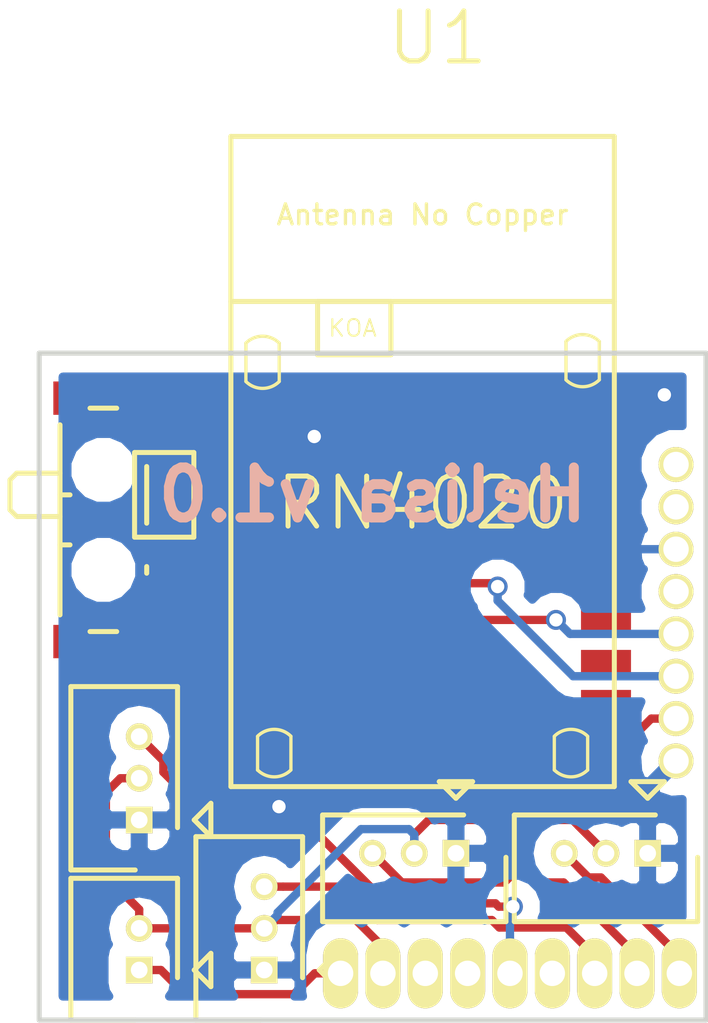
<source format=kicad_pcb>
(kicad_pcb (version 4) (host pcbnew "(2015-08-03 BZR 6047)-product")

  (general
    (links 26)
    (no_connects 2)
    (area 19.641667 9.075 51.748334 45.925)
    (thickness 0.8)
    (drawings 5)
    (tracks 110)
    (zones 0)
    (modules 11)
    (nets 11)
  )

  (page A4)
  (layers
    (0 F.Cu signal)
    (31 B.Cu signal)
    (32 B.Adhes user)
    (33 F.Adhes user)
    (34 B.Paste user)
    (35 F.Paste user)
    (36 B.SilkS user)
    (37 F.SilkS user)
    (38 B.Mask user)
    (39 F.Mask user)
    (40 Dwgs.User user)
    (41 Cmts.User user)
    (42 Eco1.User user)
    (43 Eco2.User user)
    (44 Edge.Cuts user)
    (45 Margin user)
    (46 B.CrtYd user)
    (47 F.CrtYd user)
    (48 B.Fab user)
    (49 F.Fab user)
  )

  (setup
    (last_trace_width 0.25)
    (trace_clearance 0.2)
    (zone_clearance 0.508)
    (zone_45_only no)
    (trace_min 0.2)
    (segment_width 0.2)
    (edge_width 0.15)
    (via_size 0.6)
    (via_drill 0.4)
    (via_min_size 0.4)
    (via_min_drill 0.3)
    (uvia_size 0.3)
    (uvia_drill 0.1)
    (uvias_allowed no)
    (uvia_min_size 0.2)
    (uvia_min_drill 0.1)
    (pcb_text_width 0.3)
    (pcb_text_size 1.5 1.5)
    (mod_edge_width 0.15)
    (mod_text_size 1 1)
    (mod_text_width 0.15)
    (pad_size 1.05 1.05)
    (pad_drill 0.762)
    (pad_to_mask_clearance 0.2)
    (aux_axis_origin 0 0)
    (grid_origin 45 40)
    (visible_elements FFFFFF7F)
    (pcbplotparams
      (layerselection 0x010f0_80000001)
      (usegerberextensions true)
      (excludeedgelayer true)
      (linewidth 0.100000)
      (plotframeref false)
      (viasonmask false)
      (mode 1)
      (useauxorigin false)
      (hpglpennumber 1)
      (hpglpenspeed 20)
      (hpglpendiameter 15)
      (hpglpenoverlay 2)
      (psnegative false)
      (psa4output false)
      (plotreference true)
      (plotvalue true)
      (plotinvisibletext false)
      (padsonsilk false)
      (subtractmaskfromsilk true)
      (outputformat 1)
      (mirror false)
      (drillshape 0)
      (scaleselection 1)
      (outputdirectory gerber))
  )

  (net 0 "")
  (net 1 "Net-(P1-Pad3)")
  (net 2 "Net-(P2-Pad1)")
  (net 3 GND)
  (net 4 +3V3)
  (net 5 "Net-(P3-Pad1)")
  (net 6 "Net-(P3-Pad2)")
  (net 7 "Net-(P3-Pad3)")
  (net 8 /UART_RX)
  (net 9 /UART_TX)
  (net 10 "Net-(P9-Pad2)")

  (net_class Default "This is the default net class."
    (clearance 0.2)
    (trace_width 0.25)
    (via_dia 0.6)
    (via_drill 0.4)
    (uvia_dia 0.3)
    (uvia_drill 0.1)
    (add_net +3V3)
    (add_net /UART_RX)
    (add_net /UART_TX)
    (add_net GND)
    (add_net "Net-(P1-Pad3)")
    (add_net "Net-(P2-Pad1)")
    (add_net "Net-(P3-Pad1)")
    (add_net "Net-(P3-Pad2)")
    (add_net "Net-(P3-Pad3)")
    (add_net "Net-(P9-Pad2)")
  )

  (module Connectors_Molex:Connector_Molex_PicoBlade_53047-0310 (layer F.Cu) (tedit 56128207) (tstamp 560F99B6)
    (at 28 34 90)
    (descr "Molex PicoBlade 1.25mm shrouded header. Vertical. 3 ways")
    (path /560FC19C)
    (fp_text reference P1 (at 1.25 2.35 90) (layer F.SilkS) hide
      (effects (font (size 1 1) (thickness 0.15)))
    )
    (fp_text value CONN_01X03 (at 1.25 -3.25 90) (layer F.Fab) hide
      (effects (font (size 1 1) (thickness 0.15)))
    )
    (fp_line (start -1.5 -0.12) (end -1.5 -2.05) (layer F.SilkS) (width 0.15))
    (fp_line (start -1.5 -2.05) (end 4 -2.05) (layer F.SilkS) (width 0.15))
    (fp_line (start 4 -2.05) (end 4 1.15) (layer F.SilkS) (width 0.15))
    (fp_line (start 4 1.15) (end -0.23 1.15) (layer F.SilkS) (width 0.15))
    (fp_line (start 0 1.65) (end 0.5 2.15) (layer F.SilkS) (width 0.15))
    (fp_line (start 0.5 2.15) (end -0.5 2.15) (layer F.SilkS) (width 0.15))
    (fp_line (start -0.5 2.15) (end 0 1.65) (layer F.SilkS) (width 0.15))
    (fp_line (start -0.23 1.15) (end -1.5 -0.12) (layer F.Fab) (width 0.2))
    (fp_line (start -1.5 -0.12) (end -1.5 -2.05) (layer F.Fab) (width 0.2))
    (fp_line (start -1.5 -2.05) (end 4 -2.05) (layer F.Fab) (width 0.2))
    (fp_line (start 4 -2.05) (end 4 1.15) (layer F.Fab) (width 0.2))
    (fp_line (start 4 1.15) (end -0.23 1.15) (layer F.Fab) (width 0.2))
    (pad 1 thru_hole rect (at 0 0 90) (size 0.8 0.8) (drill 0.5) (layers *.Cu *.Mask F.SilkS)
      (net 3 GND))
    (pad 2 thru_hole oval (at 1.25 0 90) (size 0.8 0.8) (drill 0.5) (layers *.Cu *.Mask F.SilkS)
      (net 4 +3V3))
    (pad 3 thru_hole oval (at 2.5 0 90) (size 0.8 0.8) (drill 0.5) (layers *.Cu *.Mask F.SilkS)
      (net 1 "Net-(P1-Pad3)"))
    (model Connectors_Molex.3dshapes/Connector_Molex_PicoBlade_53047-0310.wrl
      (at (xyz 0.0492126 0 0))
      (scale (xyz 1 1 1))
      (rotate (xyz 0 0 180))
    )
  )

  (module Connectors_Molex:Connector_Molex_PicoBlade_53047-0310 (layer F.Cu) (tedit 5612820E) (tstamp 560FBC62)
    (at 31.75 38.5 90)
    (descr "Molex PicoBlade 1.25mm shrouded header. Vertical. 3 ways")
    (path /560F9834)
    (fp_text reference P4 (at 1.25 2.35 90) (layer F.SilkS) hide
      (effects (font (size 1 1) (thickness 0.15)))
    )
    (fp_text value CONN_01X03 (at 1.25 -3.25 90) (layer F.Fab) hide
      (effects (font (size 1 1) (thickness 0.15)))
    )
    (fp_line (start -1.5 -0.12) (end -1.5 -2.05) (layer F.SilkS) (width 0.15))
    (fp_line (start -1.5 -2.05) (end 4 -2.05) (layer F.SilkS) (width 0.15))
    (fp_line (start 4 -2.05) (end 4 1.15) (layer F.SilkS) (width 0.15))
    (fp_line (start 4 1.15) (end -0.23 1.15) (layer F.SilkS) (width 0.15))
    (fp_line (start 0 1.65) (end 0.5 2.15) (layer F.SilkS) (width 0.15))
    (fp_line (start 0.5 2.15) (end -0.5 2.15) (layer F.SilkS) (width 0.15))
    (fp_line (start -0.5 2.15) (end 0 1.65) (layer F.SilkS) (width 0.15))
    (fp_line (start -0.23 1.15) (end -1.5 -0.12) (layer F.Fab) (width 0.2))
    (fp_line (start -1.5 -0.12) (end -1.5 -2.05) (layer F.Fab) (width 0.2))
    (fp_line (start -1.5 -2.05) (end 4 -2.05) (layer F.Fab) (width 0.2))
    (fp_line (start 4 -2.05) (end 4 1.15) (layer F.Fab) (width 0.2))
    (fp_line (start 4 1.15) (end -0.23 1.15) (layer F.Fab) (width 0.2))
    (pad 1 thru_hole rect (at 0 0 90) (size 0.8 0.8) (drill 0.5) (layers *.Cu *.Mask F.SilkS)
      (net 3 GND))
    (pad 2 thru_hole oval (at 1.25 0 90) (size 0.8 0.8) (drill 0.5) (layers *.Cu *.Mask F.SilkS)
      (net 4 +3V3))
    (pad 3 thru_hole oval (at 2.5 0 90) (size 0.8 0.8) (drill 0.5) (layers *.Cu *.Mask F.SilkS)
      (net 7 "Net-(P3-Pad3)"))
    (model Connectors_Molex.3dshapes/Connector_Molex_PicoBlade_53047-0310.wrl
      (at (xyz 0.0492126 0 0))
      (scale (xyz 1 1 1))
      (rotate (xyz 0 0 180))
    )
  )

  (module Connectors_Molex:Connector_Molex_PicoBlade_53047-0210 (layer F.Cu) (tedit 5612820B) (tstamp 560FC14B)
    (at 28 38.5 90)
    (descr "Molex PicoBlade 1.25mm shrouded header. Vertical. 2 ways")
    (path /560FC239)
    (fp_text reference P2 (at 0.625 2.35 90) (layer F.SilkS) hide
      (effects (font (size 1 1) (thickness 0.15)))
    )
    (fp_text value CONN_01X02 (at 0.625 -3.25 90) (layer F.Fab) hide
      (effects (font (size 1 1) (thickness 0.15)))
    )
    (fp_line (start -1.5 -0.12) (end -1.5 -2.05) (layer F.SilkS) (width 0.15))
    (fp_line (start -1.5 -2.05) (end 2.75 -2.05) (layer F.SilkS) (width 0.15))
    (fp_line (start 2.75 -2.05) (end 2.75 1.15) (layer F.SilkS) (width 0.15))
    (fp_line (start 2.75 1.15) (end -0.23 1.15) (layer F.SilkS) (width 0.15))
    (fp_line (start 0 1.65) (end 0.5 2.15) (layer F.SilkS) (width 0.15))
    (fp_line (start 0.5 2.15) (end -0.5 2.15) (layer F.SilkS) (width 0.15))
    (fp_line (start -0.5 2.15) (end 0 1.65) (layer F.SilkS) (width 0.15))
    (fp_line (start -0.23 1.15) (end -1.5 -0.12) (layer F.Fab) (width 0.2))
    (fp_line (start -1.5 -0.12) (end -1.5 -2.05) (layer F.Fab) (width 0.2))
    (fp_line (start -1.5 -2.05) (end 2.75 -2.05) (layer F.Fab) (width 0.2))
    (fp_line (start 2.75 -2.05) (end 2.75 1.15) (layer F.Fab) (width 0.2))
    (fp_line (start 2.75 1.15) (end -0.23 1.15) (layer F.Fab) (width 0.2))
    (pad 1 thru_hole rect (at 0 0 90) (size 0.8 0.8) (drill 0.5) (layers *.Cu *.Mask F.SilkS)
      (net 2 "Net-(P2-Pad1)"))
    (pad 2 thru_hole oval (at 1.25 0 90) (size 0.8 0.8) (drill 0.5) (layers *.Cu *.Mask F.SilkS)
      (net 4 +3V3))
    (model Connectors_Molex.3dshapes/Connector_Molex_PicoBlade_53047-0210.wrl
      (at (xyz 0.0246063 0 0))
      (scale (xyz 1 1 1))
      (rotate (xyz 0 0 180))
    )
  )

  (module LisaS:9x1_1.27mm (layer F.Cu) (tedit 560FD501) (tstamp 560FC15C)
    (at 44.2 38.6)
    (path /560FA392)
    (fp_text reference P3 (at 0 6.35) (layer F.SilkS) hide
      (effects (font (size 1 1) (thickness 0.15)))
    )
    (fp_text value CONN_01X06 (at 0 2.54) (layer F.Fab) hide
      (effects (font (size 1 1) (thickness 0.15)))
    )
    (pad 9 thru_hole oval (at -10.16 0) (size 1.05 2.1) (drill 0.762) (layers *.Cu *.Mask F.SilkS)
      (net 2 "Net-(P2-Pad1)"))
    (pad 1 thru_hole oval (at 0 0) (size 1.05 2.1) (drill 0.762) (layers *.Cu *.Mask F.SilkS)
      (net 5 "Net-(P3-Pad1)"))
    (pad 2 thru_hole oval (at -1.27 0) (size 1.05 2.1) (drill 0.762) (layers *.Cu *.Mask F.SilkS)
      (net 6 "Net-(P3-Pad2)"))
    (pad 3 thru_hole oval (at -2.54 0) (size 1.05 2.1) (drill 0.762) (layers *.Cu *.Mask F.SilkS)
      (net 7 "Net-(P3-Pad3)"))
    (pad 4 thru_hole oval (at -3.81 0) (size 1.05 2.1) (drill 0.762) (layers *.Cu *.Mask F.SilkS))
    (pad 5 thru_hole oval (at -5.08 0) (size 1.05 2.1) (drill 0.762) (layers *.Cu *.Mask F.SilkS)
      (net 1 "Net-(P1-Pad3)"))
    (pad 6 thru_hole oval (at -6.35 0) (size 1.05 2.1) (drill 0.762) (layers *.Cu *.Mask F.SilkS))
    (pad 7 thru_hole oval (at -7.62 0) (size 1.05 2.1) (drill 0.762) (layers *.Cu *.Mask F.SilkS))
    (pad 8 thru_hole oval (at -8.89 0) (size 1.05 2.1) (drill 0.762) (layers *.Cu *.Mask F.SilkS)
      (net 4 +3V3))
  )

  (module Connectors_Molex:Connector_Molex_PicoBlade_53047-0310 (layer F.Cu) (tedit 56128202) (tstamp 560FC168)
    (at 37.5 35 180)
    (descr "Molex PicoBlade 1.25mm shrouded header. Vertical. 3 ways")
    (path /560FB9F2)
    (fp_text reference P5 (at 1.25 2.35 180) (layer F.SilkS) hide
      (effects (font (size 1 1) (thickness 0.15)))
    )
    (fp_text value CONN_01X03 (at 1.25 -3.25 180) (layer F.Fab) hide
      (effects (font (size 1 1) (thickness 0.15)))
    )
    (fp_line (start -1.5 -0.12) (end -1.5 -2.05) (layer F.SilkS) (width 0.15))
    (fp_line (start -1.5 -2.05) (end 4 -2.05) (layer F.SilkS) (width 0.15))
    (fp_line (start 4 -2.05) (end 4 1.15) (layer F.SilkS) (width 0.15))
    (fp_line (start 4 1.15) (end -0.23 1.15) (layer F.SilkS) (width 0.15))
    (fp_line (start 0 1.65) (end 0.5 2.15) (layer F.SilkS) (width 0.15))
    (fp_line (start 0.5 2.15) (end -0.5 2.15) (layer F.SilkS) (width 0.15))
    (fp_line (start -0.5 2.15) (end 0 1.65) (layer F.SilkS) (width 0.15))
    (fp_line (start -0.23 1.15) (end -1.5 -0.12) (layer F.Fab) (width 0.2))
    (fp_line (start -1.5 -0.12) (end -1.5 -2.05) (layer F.Fab) (width 0.2))
    (fp_line (start -1.5 -2.05) (end 4 -2.05) (layer F.Fab) (width 0.2))
    (fp_line (start 4 -2.05) (end 4 1.15) (layer F.Fab) (width 0.2))
    (fp_line (start 4 1.15) (end -0.23 1.15) (layer F.Fab) (width 0.2))
    (pad 1 thru_hole rect (at 0 0 180) (size 0.8 0.8) (drill 0.5) (layers *.Cu *.Mask F.SilkS)
      (net 3 GND))
    (pad 2 thru_hole oval (at 1.25 0 180) (size 0.8 0.8) (drill 0.5) (layers *.Cu *.Mask F.SilkS)
      (net 4 +3V3))
    (pad 3 thru_hole oval (at 2.5 0 180) (size 0.8 0.8) (drill 0.5) (layers *.Cu *.Mask F.SilkS)
      (net 6 "Net-(P3-Pad2)"))
    (model Connectors_Molex.3dshapes/Connector_Molex_PicoBlade_53047-0310.wrl
      (at (xyz 0.0492126 0 0))
      (scale (xyz 1 1 1))
      (rotate (xyz 0 0 180))
    )
  )

  (module Connectors_Molex:Connector_Molex_PicoBlade_53047-0310 (layer F.Cu) (tedit 561281FD) (tstamp 560FC17A)
    (at 43.25 35 180)
    (descr "Molex PicoBlade 1.25mm shrouded header. Vertical. 3 ways")
    (path /560FBA1F)
    (fp_text reference P6 (at 1.25 2.35 180) (layer F.SilkS) hide
      (effects (font (size 1 1) (thickness 0.15)))
    )
    (fp_text value CONN_01X03 (at 1.25 -3.25 180) (layer F.Fab) hide
      (effects (font (size 1 1) (thickness 0.15)))
    )
    (fp_line (start -1.5 -0.12) (end -1.5 -2.05) (layer F.SilkS) (width 0.15))
    (fp_line (start -1.5 -2.05) (end 4 -2.05) (layer F.SilkS) (width 0.15))
    (fp_line (start 4 -2.05) (end 4 1.15) (layer F.SilkS) (width 0.15))
    (fp_line (start 4 1.15) (end -0.23 1.15) (layer F.SilkS) (width 0.15))
    (fp_line (start 0 1.65) (end 0.5 2.15) (layer F.SilkS) (width 0.15))
    (fp_line (start 0.5 2.15) (end -0.5 2.15) (layer F.SilkS) (width 0.15))
    (fp_line (start -0.5 2.15) (end 0 1.65) (layer F.SilkS) (width 0.15))
    (fp_line (start -0.23 1.15) (end -1.5 -0.12) (layer F.Fab) (width 0.2))
    (fp_line (start -1.5 -0.12) (end -1.5 -2.05) (layer F.Fab) (width 0.2))
    (fp_line (start -1.5 -2.05) (end 4 -2.05) (layer F.Fab) (width 0.2))
    (fp_line (start 4 -2.05) (end 4 1.15) (layer F.Fab) (width 0.2))
    (fp_line (start 4 1.15) (end -0.23 1.15) (layer F.Fab) (width 0.2))
    (pad 1 thru_hole rect (at 0 0 180) (size 0.8 0.8) (drill 0.5) (layers *.Cu *.Mask F.SilkS)
      (net 3 GND))
    (pad 2 thru_hole oval (at 1.25 0 180) (size 0.8 0.8) (drill 0.5) (layers *.Cu *.Mask F.SilkS)
      (net 4 +3V3))
    (pad 3 thru_hole oval (at 2.5 0 180) (size 0.8 0.8) (drill 0.5) (layers *.Cu *.Mask F.SilkS)
      (net 5 "Net-(P3-Pad1)"))
    (model Connectors_Molex.3dshapes/Connector_Molex_PicoBlade_53047-0310.wrl
      (at (xyz 0.0492126 0 0))
      (scale (xyz 1 1 1))
      (rotate (xyz 0 0 180))
    )
  )

  (module LisaS:4x1_1.27mm (layer F.Cu) (tedit 56128216) (tstamp 560FC365)
    (at 44.1 23.34 90)
    (path /560FC00D)
    (fp_text reference P7 (at -0.86 -1.7 90) (layer F.SilkS) hide
      (effects (font (size 1 1) (thickness 0.15)))
    )
    (fp_text value CONN_01X04 (at 0 2.54 90) (layer F.Fab) hide
      (effects (font (size 1 1) (thickness 0.15)))
    )
    (pad 1 thru_hole circle (at 0 0 90) (size 1.05 1.05) (drill 0.762) (layers *.Cu *.Mask F.SilkS))
    (pad 2 thru_hole circle (at -1.27 0 90) (size 1.05 1.05) (drill 0.762) (layers *.Cu *.Mask F.SilkS))
    (pad 3 thru_hole circle (at -2.54 0 90) (size 1.05 1.05) (drill 0.762) (layers *.Cu *.Mask F.SilkS)
      (net 3 GND))
    (pad 4 thru_hole circle (at -3.81 0 90) (size 1.05 1.05) (drill 0.762) (layers *.Cu *.Mask F.SilkS))
  )

  (module LisaS:4x1_1.27mm (layer F.Cu) (tedit 56128213) (tstamp 560FC36D)
    (at 44.1 28.42 90)
    (path /560FC060)
    (fp_text reference P8 (at -0.18 -1.5 90) (layer F.SilkS) hide
      (effects (font (size 1 1) (thickness 0.15)))
    )
    (fp_text value CONN_01X04 (at 0 2.54 90) (layer F.Fab) hide
      (effects (font (size 1 1) (thickness 0.15)))
    )
    (pad 1 thru_hole circle (at 0 0 90) (size 1.05 1.05) (drill 0.762) (layers *.Cu *.Mask F.SilkS)
      (net 8 /UART_RX))
    (pad 2 thru_hole circle (at -1.27 0 90) (size 1.05 1.05) (drill 0.762) (layers *.Cu *.Mask F.SilkS)
      (net 9 /UART_TX))
    (pad 3 thru_hole circle (at -2.54 0 90) (size 1.05 1.05) (drill 0.762) (layers *.Cu *.Mask F.SilkS)
      (net 4 +3V3))
    (pad 4 thru_hole circle (at -3.81 0 90) (size 1.05 1.05) (drill 0.762) (layers *.Cu *.Mask F.SilkS)
      (net 3 GND))
  )

  (module LisaS:RN4020_BT (layer F.Cu) (tedit 561281E5) (tstamp 561275EA)
    (at 36.5 23.25)
    (path /561277DE)
    (fp_text reference U1 (at 0.45 -12.7) (layer F.SilkS)
      (effects (font (size 1.5 1.5) (thickness 0.15)))
    )
    (fp_text value RN4020 (at 0 1.25) (layer F.SilkS)
      (effects (font (size 1.5 1.5) (thickness 0.15)))
    )
    (fp_line (start 3.95 9.255) (end 3.95 8.245) (layer F.SilkS) (width 0.1))
    (fp_line (start 4.95 9.255) (end 4.95 8.245) (layer F.SilkS) (width 0.1))
    (fp_arc (start 4.45 8.75) (end 4.95 9.25) (angle 90) (layer F.SilkS) (width 0.1))
    (fp_arc (start 4.45 8.74) (end 3.95 8.24) (angle 90) (layer F.SilkS) (width 0.1))
    (fp_arc (start 4.8 -3.1) (end 4.3 -3.6) (angle 90) (layer F.SilkS) (width 0.1))
    (fp_arc (start 4.8 -2.95) (end 5.3 -2.45) (angle 90) (layer F.SilkS) (width 0.1))
    (fp_line (start 4.3 -2.45) (end 4.3 -3.6) (layer F.SilkS) (width 0.1))
    (fp_line (start 5.3 -2.45) (end 5.3 -3.6) (layer F.SilkS) (width 0.1))
    (fp_arc (start -4.45 8.74) (end -4.95 8.24) (angle 90) (layer F.SilkS) (width 0.1))
    (fp_arc (start -4.45 8.75) (end -3.95 9.25) (angle 90) (layer F.SilkS) (width 0.1))
    (fp_line (start -3.95 9.25) (end -3.95 8.24) (layer F.SilkS) (width 0.1))
    (fp_line (start -4.95 9.255) (end -4.95 8.245) (layer F.SilkS) (width 0.1))
    (fp_line (start -5.3 -2.4) (end -5.3 -3.55) (layer F.SilkS) (width 0.1))
    (fp_line (start -4.3 -2.4) (end -4.3 -3.55) (layer F.SilkS) (width 0.1))
    (fp_arc (start -4.8 -2.9) (end -4.3 -2.4) (angle 90) (layer F.SilkS) (width 0.1))
    (fp_arc (start -4.8 -3.05) (end -5.3 -3.55) (angle 90) (layer F.SilkS) (width 0.1))
    (fp_text user KOA (at -2.1 -4) (layer F.SilkS)
      (effects (font (size 0.5 0.5) (thickness 0.06)))
    )
    (fp_line (start -3.15 -4.8) (end -3.15 -3.2) (layer F.SilkS) (width 0.15))
    (fp_line (start -0.95 -4.8) (end -0.95 -3.2) (layer F.SilkS) (width 0.15))
    (fp_line (start -3.15 -3.2) (end -0.95 -3.2) (layer F.SilkS) (width 0.15))
    (fp_line (start -3.15 -4.8) (end -0.95 -4.8) (layer F.SilkS) (width 0.15))
    (fp_text user "Antenna No Copper" (at 0 -7.4) (layer F.SilkS)
      (effects (font (size 0.6 0.6) (thickness 0.1)))
    )
    (fp_line (start -5.75 -4.8) (end 5.75 -4.8) (layer F.SilkS) (width 0.15))
    (fp_line (start 5.75 9.75) (end -5.75 9.75) (layer F.SilkS) (width 0.15))
    (fp_line (start 5.75 -9.75) (end -5.75 -9.75) (layer F.SilkS) (width 0.15))
    (fp_line (start 5.75 -9.75) (end 5.75 9.75) (layer F.SilkS) (width 0.15))
    (fp_line (start -5.75 9.75) (end -5.75 -9.75) (layer F.SilkS) (width 0.15))
    (pad 9 smd circle (at -5.75 9.75) (size 1.5 1.5) (layers F.Cu F.Paste F.Mask)
      (net 3 GND))
    (pad 8 smd rect (at -5.5 7.25) (size 1.5 0.8) (layers F.Cu F.Paste F.Mask))
    (pad 7 smd rect (at -5.5 6.05) (size 1.5 0.8) (layers F.Cu F.Paste F.Mask))
    (pad 6 smd rect (at -5.5 4.85) (size 1.5 0.8) (layers F.Cu F.Paste F.Mask)
      (net 8 /UART_RX))
    (pad 5 smd rect (at -5.5 3.65) (size 1.5 0.8) (layers F.Cu F.Paste F.Mask)
      (net 9 /UART_TX))
    (pad 4 smd rect (at -5.5 2.45) (size 1.5 0.8) (layers F.Cu F.Paste F.Mask))
    (pad 3 smd rect (at -5.5 1.25) (size 1.5 0.8) (layers F.Cu F.Paste F.Mask))
    (pad 2 smd rect (at -5.5 0.05) (size 1.5 0.8) (layers F.Cu F.Paste F.Mask))
    (pad 1 smd rect (at -5.5 -1.15) (size 1.5 0.8) (layers F.Cu F.Paste F.Mask)
      (net 3 GND))
    (pad 24 smd rect (at 5.5 -1.15) (size 1.5 0.8) (layers F.Cu F.Paste F.Mask)
      (net 3 GND))
    (pad 23 smd rect (at 5.5 0.05) (size 1.5 0.8) (layers F.Cu F.Paste F.Mask)
      (net 10 "Net-(P9-Pad2)"))
    (pad 22 smd rect (at 5.5 1.25) (size 1.5 0.8) (layers F.Cu F.Paste F.Mask))
    (pad 21 smd rect (at 5.5 2.45) (size 1.5 0.8) (layers F.Cu F.Paste F.Mask))
    (pad 20 smd rect (at 5.5 3.65) (size 1.5 0.8) (layers F.Cu F.Paste F.Mask))
    (pad 19 smd rect (at 5.5 4.85) (size 1.5 0.8) (layers F.Cu F.Paste F.Mask))
    (pad 18 smd rect (at 5.5 6.05) (size 1.5 0.8) (layers F.Cu F.Paste F.Mask))
    (pad 17 smd rect (at 5.5 7.25) (size 1.5 0.8) (layers F.Cu F.Paste F.Mask))
    (pad 10 smd rect (at -3 9.5 90) (size 1.5 0.8) (layers F.Cu F.Paste F.Mask))
    (pad 11 smd rect (at -1.8 9.5 90) (size 1.5 0.8) (layers F.Cu F.Paste F.Mask))
    (pad 12 smd rect (at -0.6 9.5 90) (size 1.5 0.8) (layers F.Cu F.Paste F.Mask))
    (pad 13 smd rect (at 0.6 9.5 90) (size 1.5 0.8) (layers F.Cu F.Paste F.Mask))
    (pad 14 smd rect (at 1.8 9.5 90) (size 1.5 0.8) (layers F.Cu F.Paste F.Mask))
    (pad 15 smd rect (at 3 9.5 90) (size 1.5 0.8) (layers F.Cu F.Paste F.Mask))
    (pad 16 smd circle (at 5.75 9.75) (size 1.5 1.5) (layers F.Cu F.Paste F.Mask)
      (net 3 GND))
  )

  (module Buttons_Switches_SMD:SW_SPDT_PCM12 (layer F.Cu) (tedit 561281DE) (tstamp 56127B5C)
    (at 27.25 25 270)
    (descr "Ultraminiature Surface Mount Slide Switch")
    (path /56128DF5)
    (attr smd)
    (fp_text reference SW1 (at -1.5 -3.175 270) (layer F.SilkS) hide
      (effects (font (size 1 1) (thickness 0.15)))
    )
    (fp_text value SPST (at 0 0.325 270) (layer F.Fab)
      (effects (font (size 1 1) (thickness 0.15)))
    )
    (fp_line (start 0.75 1.325) (end 0.75 1.625) (layer F.SilkS) (width 0.15))
    (fp_line (start -0.75 1.325) (end -0.75 1.625) (layer F.SilkS) (width 0.15))
    (fp_line (start 1.4 -0.975) (end 1.6 -0.975) (layer F.SilkS) (width 0.15))
    (fp_line (start -4.4 -2.45) (end 4.4 -2.45) (layer F.CrtYd) (width 0.05))
    (fp_line (start 4.4 -2.45) (end 4.4 2.1) (layer F.CrtYd) (width 0.05))
    (fp_line (start 4.4 2.1) (end 1.65 2.1) (layer F.CrtYd) (width 0.05))
    (fp_line (start 1.65 2.1) (end 1.65 3.4) (layer F.CrtYd) (width 0.05))
    (fp_line (start 1.65 3.4) (end -1.65 3.4) (layer F.CrtYd) (width 0.05))
    (fp_line (start -1.65 3.4) (end -1.65 2.1) (layer F.CrtYd) (width 0.05))
    (fp_line (start -1.65 2.1) (end -4.4 2.1) (layer F.CrtYd) (width 0.05))
    (fp_line (start -4.4 2.1) (end -4.4 -2.45) (layer F.CrtYd) (width 0.05))
    (fp_line (start -1.4 2.925) (end -1.2 3.125) (layer F.SilkS) (width 0.15))
    (fp_line (start -0.1 2.925) (end -0.3 3.125) (layer F.SilkS) (width 0.15))
    (fp_line (start -1.4 1.625) (end -1.4 2.925) (layer F.SilkS) (width 0.15))
    (fp_line (start -1.2 3.125) (end -0.3 3.125) (layer F.SilkS) (width 0.15))
    (fp_line (start -0.1 2.925) (end -0.1 1.625) (layer F.SilkS) (width 0.15))
    (fp_line (start -2.85 1.625) (end 2.85 1.625) (layer F.SilkS) (width 0.15))
    (fp_line (start -1.6 -0.975) (end 0.1 -0.975) (layer F.SilkS) (width 0.15))
    (fp_line (start -3.35 -0.075) (end -3.35 0.725) (layer F.SilkS) (width 0.15))
    (fp_line (start 3.35 0.725) (end 3.35 -0.075) (layer F.SilkS) (width 0.15))
    (pad "" np_thru_hole circle (at -1.5 0.325 270) (size 0.9 0.9) (drill 0.9) (layers *.Cu *.Mask))
    (pad "" np_thru_hole circle (at 1.5 0.325 270) (size 0.9 0.9) (drill 0.9) (layers *.Cu *.Mask))
    (pad 1 smd rect (at -2.25 -1.425 270) (size 0.7 1.5) (layers F.Cu F.Paste F.Mask)
      (net 10 "Net-(P9-Pad2)"))
    (pad 2 smd rect (at 0.75 -1.425 270) (size 0.7 1.5) (layers F.Cu F.Paste F.Mask)
      (net 4 +3V3))
    (pad 3 smd rect (at 2.25 -1.425 270) (size 0.7 1.5) (layers F.Cu F.Paste F.Mask))
    (pad "" smd rect (at -3.65 1.425 270) (size 1 0.8) (layers F.Cu F.Paste F.Mask))
    (pad "" smd rect (at 3.65 1.425 270) (size 1 0.8) (layers F.Cu F.Paste F.Mask))
    (pad "" smd rect (at 3.65 -0.775 270) (size 1 0.8) (layers F.Cu F.Paste F.Mask))
    (pad "" smd rect (at -3.65 -0.775 270) (size 1 0.8) (layers F.Cu F.Paste F.Mask))
  )

  (module Connect:GS2 (layer F.Cu) (tedit 5612859A) (tstamp 561284FD)
    (at 28.75 24.25 180)
    (descr "Pontet Goute de soudure")
    (path /56129C90)
    (attr virtual)
    (fp_text reference P9 (at 1.778 0 270) (layer F.SilkS) hide
      (effects (font (size 1 1) (thickness 0.15)))
    )
    (fp_text value eCONN_01X02 (at 1.524 0 270) (layer F.Fab) hide
      (effects (font (size 1 1) (thickness 0.15)))
    )
    (fp_line (start -0.889 -1.27) (end -0.889 1.27) (layer F.SilkS) (width 0.15))
    (fp_line (start 0.889 1.27) (end 0.889 -1.27) (layer F.SilkS) (width 0.15))
    (fp_line (start 0.889 1.27) (end -0.889 1.27) (layer F.SilkS) (width 0.15))
    (fp_line (start -0.889 -1.27) (end 0.889 -1.27) (layer F.SilkS) (width 0.15))
    (pad 1 smd rect (at 0 -0.635 180) (size 1.27 0.9652) (layers F.Cu F.Paste F.Mask)
      (net 4 +3V3))
    (pad 2 smd rect (at 0 0.635 180) (size 1.27 0.9652) (layers F.Cu F.Paste F.Mask)
      (net 10 "Net-(P9-Pad2)"))
  )

  (gr_text "Helisa v1.0" (at 35 24.25) (layer B.SilkS)
    (effects (font (size 1.5 1.5) (thickness 0.3)) (justify mirror))
  )
  (gr_line (start 45 20) (end 25 20) (angle 90) (layer Edge.Cuts) (width 0.15))
  (gr_line (start 45 40) (end 45 20) (angle 90) (layer Edge.Cuts) (width 0.15))
  (gr_line (start 25 40) (end 45 40) (angle 90) (layer Edge.Cuts) (width 0.15))
  (gr_line (start 25 20) (end 25 40) (angle 90) (layer Edge.Cuts) (width 0.15))

  (segment (start 38.78309 36.599969) (end 39.207354 36.599969) (width 0.25) (layer F.Cu) (net 1))
  (segment (start 38.683115 36.499994) (end 38.78309 36.599969) (width 0.25) (layer F.Cu) (net 1))
  (segment (start 35.426992 36.499994) (end 38.683115 36.499994) (width 0.25) (layer F.Cu) (net 1))
  (segment (start 30.405706 34.246708) (end 33.173706 34.246708) (width 0.25) (layer F.Cu) (net 1))
  (segment (start 28.725001 32.225001) (end 28.725001 32.566003) (width 0.25) (layer F.Cu) (net 1))
  (segment (start 33.173706 34.246708) (end 35.426992 36.499994) (width 0.25) (layer F.Cu) (net 1))
  (segment (start 39.12 38.6) (end 39.12 36.687323) (width 0.25) (layer B.Cu) (net 1))
  (segment (start 28 31.5) (end 28.725001 32.225001) (width 0.25) (layer F.Cu) (net 1))
  (segment (start 28.725001 32.566003) (end 30.405706 34.246708) (width 0.25) (layer F.Cu) (net 1))
  (via (at 39.207354 36.599969) (size 0.6) (drill 0.4) (layers F.Cu B.Cu) (net 1))
  (segment (start 39.12 36.687323) (end 39.207354 36.599969) (width 0.25) (layer B.Cu) (net 1))
  (segment (start 39.12 38.6) (end 39.12 38.075) (width 0.25) (layer F.Cu) (net 1))
  (segment (start 34.04 38.6) (end 33.265 38.6) (width 0.25) (layer F.Cu) (net 2))
  (segment (start 28.65 38.5) (end 28 38.5) (width 0.25) (layer F.Cu) (net 2))
  (segment (start 29.375001 39.225001) (end 28.65 38.5) (width 0.25) (layer F.Cu) (net 2))
  (segment (start 32.639999 39.225001) (end 29.375001 39.225001) (width 0.25) (layer F.Cu) (net 2))
  (segment (start 33.265 38.6) (end 32.639999 39.225001) (width 0.25) (layer F.Cu) (net 2))
  (segment (start 33.84 38.4) (end 34.04 38.6) (width 0.25) (layer B.Cu) (net 2))
  (segment (start 32.042085 33.749999) (end 32.191692 33.600392) (width 0.25) (layer F.Cu) (net 3))
  (segment (start 30.75 33) (end 31.499999 33.749999) (width 0.25) (layer F.Cu) (net 3))
  (via (at 32.191692 33.600392) (size 0.6) (drill 0.4) (layers F.Cu B.Cu) (net 3))
  (segment (start 31.499999 33.749999) (end 32.042085 33.749999) (width 0.25) (layer F.Cu) (net 3))
  (segment (start 42.25 33) (end 43.33 33) (width 0.25) (layer F.Cu) (net 3))
  (segment (start 43.33 33) (end 44.1 32.23) (width 0.25) (layer F.Cu) (net 3))
  (segment (start 42 22.1) (end 42.9 22.1) (width 0.25) (layer F.Cu) (net 3))
  (segment (start 42.9 22.1) (end 43.75 21.25) (width 0.25) (layer F.Cu) (net 3))
  (via (at 43.75 21.25) (size 0.6) (drill 0.4) (layers F.Cu B.Cu) (net 3))
  (segment (start 31 22.1) (end 32.85 22.1) (width 0.25) (layer F.Cu) (net 3))
  (segment (start 32.85 22.1) (end 33.25 22.5) (width 0.25) (layer F.Cu) (net 3))
  (via (at 33.25 22.5) (size 0.6) (drill 0.4) (layers F.Cu B.Cu) (net 3))
  (segment (start 44.1 25.88) (end 42.62 25.88) (width 0.25) (layer B.Cu) (net 3))
  (segment (start 42.62 25.88) (end 42.5 26) (width 0.25) (layer B.Cu) (net 3) (tstamp 56127BA4))
  (segment (start 28.75 24.885) (end 28.75 25.675) (width 0.25) (layer F.Cu) (net 4))
  (segment (start 28.75 25.675) (end 28.675 25.75) (width 0.25) (layer F.Cu) (net 4))
  (segment (start 43.357538 30.96) (end 44.1 30.96) (width 0.25) (layer F.Cu) (net 4))
  (segment (start 41.174999 34.174999) (end 41.600001 34.600001) (width 0.25) (layer F.Cu) (net 4))
  (segment (start 41.600001 34.600001) (end 42 35) (width 0.25) (layer F.Cu) (net 4))
  (segment (start 41.174999 32.483999) (end 41.174999 34.174999) (width 0.25) (layer F.Cu) (net 4))
  (segment (start 28 37.25) (end 28 36.684315) (width 0.25) (layer F.Cu) (net 4))
  (segment (start 28 36.684315) (end 27 35.684315) (width 0.25) (layer F.Cu) (net 4))
  (segment (start 27 33.184315) (end 27.434315 32.75) (width 0.25) (layer F.Cu) (net 4))
  (segment (start 27 35.684315) (end 27 33.184315) (width 0.25) (layer F.Cu) (net 4))
  (segment (start 27.434315 32.75) (end 28 32.75) (width 0.25) (layer F.Cu) (net 4))
  (segment (start 31.75 37.25) (end 28 37.25) (width 0.25) (layer F.Cu) (net 4))
  (segment (start 41 34) (end 36.684315 34) (width 0.25) (layer F.Cu) (net 4))
  (segment (start 36.684315 34) (end 36.25 34.434315) (width 0.25) (layer F.Cu) (net 4))
  (segment (start 36.25 34.434315) (end 36.25 35) (width 0.25) (layer F.Cu) (net 4))
  (segment (start 42 35) (end 41 34) (width 0.25) (layer F.Cu) (net 4))
  (segment (start 35.31 38.6) (end 35.31 37.81) (width 0.25) (layer F.Cu) (net 4))
  (segment (start 35.31 37.81) (end 34.5 37) (width 0.25) (layer F.Cu) (net 4))
  (segment (start 32.096574 37) (end 31.798287 37.298287) (width 0.25) (layer F.Cu) (net 4))
  (segment (start 34.5 37) (end 32.096574 37) (width 0.25) (layer F.Cu) (net 4))
  (segment (start 31.798287 37.298287) (end 31.75 37.25) (width 0.25) (layer F.Cu) (net 4))
  (segment (start 36.25 35) (end 36.25 34.434315) (width 0.25) (layer B.Cu) (net 4))
  (segment (start 36.25 34.434315) (end 36.090684 34.274999) (width 0.25) (layer B.Cu) (net 4))
  (segment (start 36.090684 34.274999) (end 34.651999 34.274999) (width 0.25) (layer B.Cu) (net 4))
  (segment (start 34.651999 34.274999) (end 32.149999 36.776999) (width 0.25) (layer B.Cu) (net 4))
  (segment (start 32.149999 36.776999) (end 32.149999 36.850001) (width 0.25) (layer B.Cu) (net 4))
  (segment (start 32.149999 36.850001) (end 31.75 37.25) (width 0.25) (layer B.Cu) (net 4))
  (segment (start 28.675 25.75) (end 29.075 25.75) (width 0.25) (layer F.Cu) (net 4))
  (segment (start 29.075 25.75) (end 29.75 26.425) (width 0.25) (layer F.Cu) (net 4))
  (segment (start 29.75 26.425) (end 29.75 30.985002) (width 0.25) (layer F.Cu) (net 4))
  (segment (start 29.75 30.985002) (end 30.264998 31.5) (width 0.25) (layer F.Cu) (net 4))
  (segment (start 30.264998 31.5) (end 41.843858 31.5) (width 0.25) (layer F.Cu) (net 4))
  (segment (start 41.843858 31.5) (end 42.158998 31.5) (width 0.25) (layer F.Cu) (net 4))
  (segment (start 42.158998 31.5) (end 42.817538 31.5) (width 0.25) (layer F.Cu) (net 4))
  (segment (start 41.983999 31.674999) (end 42.158998 31.5) (width 0.25) (layer F.Cu) (net 4))
  (segment (start 42.817538 31.5) (end 43.357538 30.96) (width 0.25) (layer F.Cu) (net 4))
  (segment (start 41.983999 31.674999) (end 41.174999 32.483999) (width 0.25) (layer F.Cu) (net 4))
  (segment (start 44.2 38.6) (end 44.2 38.075) (width 0.25) (layer F.Cu) (net 5))
  (segment (start 41.149999 35.399999) (end 40.75 35) (width 0.25) (layer F.Cu) (net 5))
  (segment (start 44.2 38.075) (end 41.850001 35.725001) (width 0.25) (layer F.Cu) (net 5))
  (segment (start 41.475001 35.725001) (end 41.149999 35.399999) (width 0.25) (layer F.Cu) (net 5))
  (segment (start 41.850001 35.725001) (end 41.475001 35.725001) (width 0.25) (layer F.Cu) (net 5))
  (segment (start 40.729999 35.874999) (end 40.050001 35.874999) (width 0.25) (layer F.Cu) (net 6))
  (segment (start 40.050001 35.874999) (end 39.800001 35.624999) (width 0.25) (layer F.Cu) (net 6))
  (segment (start 38.949999 35.874999) (end 35.874999 35.874999) (width 0.25) (layer F.Cu) (net 6))
  (segment (start 35.399999 35.399999) (end 35 35) (width 0.25) (layer F.Cu) (net 6))
  (segment (start 42.93 38.075) (end 40.729999 35.874999) (width 0.25) (layer F.Cu) (net 6))
  (segment (start 42.93 38.6) (end 42.93 38.075) (width 0.25) (layer F.Cu) (net 6))
  (segment (start 39.800001 35.624999) (end 39.199999 35.624999) (width 0.25) (layer F.Cu) (net 6))
  (segment (start 39.199999 35.624999) (end 38.949999 35.874999) (width 0.25) (layer F.Cu) (net 6))
  (segment (start 35.874999 35.874999) (end 35.399999 35.399999) (width 0.25) (layer F.Cu) (net 6))
  (segment (start 42.93 38.6) (end 42.93 38.142905) (width 0.25) (layer F.Cu) (net 6))
  (segment (start 32.315685 36) (end 31.75 36) (width 0.25) (layer F.Cu) (net 7))
  (segment (start 41.66 38.075) (end 40.80999 37.22499) (width 0.25) (layer F.Cu) (net 7))
  (segment (start 38.799988 37.22499) (end 38.576913 37.001915) (width 0.25) (layer F.Cu) (net 7))
  (segment (start 34.13641 36) (end 32.315685 36) (width 0.25) (layer F.Cu) (net 7))
  (segment (start 38.576913 37.001915) (end 35.138325 37.001915) (width 0.25) (layer F.Cu) (net 7))
  (segment (start 40.80999 37.22499) (end 38.799988 37.22499) (width 0.25) (layer F.Cu) (net 7))
  (segment (start 35.138325 37.001915) (end 34.13641 36) (width 0.25) (layer F.Cu) (net 7))
  (segment (start 41.66 38.6) (end 41.66 38.075) (width 0.25) (layer F.Cu) (net 7))
  (segment (start 40.5 28) (end 31.1 28) (width 0.25) (layer F.Cu) (net 8))
  (segment (start 31.1 28) (end 31 28.1) (width 0.25) (layer F.Cu) (net 8))
  (segment (start 44.1 28.42) (end 40.92 28.42) (width 0.25) (layer B.Cu) (net 8))
  (segment (start 40.92 28.42) (end 40.5 28) (width 0.25) (layer B.Cu) (net 8))
  (via (at 40.5 28) (size 0.6) (drill 0.4) (layers F.Cu B.Cu) (net 8))
  (segment (start 38.75 27.424264) (end 38.75 27) (width 0.25) (layer B.Cu) (net 9))
  (segment (start 41.015736 29.69) (end 38.75 27.424264) (width 0.25) (layer B.Cu) (net 9))
  (segment (start 44.1 29.69) (end 41.015736 29.69) (width 0.25) (layer B.Cu) (net 9))
  (segment (start 38.65 26.9) (end 38.75 27) (width 0.25) (layer F.Cu) (net 9))
  (segment (start 31 26.9) (end 38.65 26.9) (width 0.25) (layer F.Cu) (net 9))
  (via (at 38.75 27) (size 0.6) (drill 0.4) (layers F.Cu B.Cu) (net 9))
  (segment (start 28.75 23.615) (end 28.75 22.825) (width 0.25) (layer F.Cu) (net 10))
  (segment (start 28.75 22.825) (end 28.675 22.75) (width 0.25) (layer F.Cu) (net 10))
  (segment (start 28.675 22.75) (end 28.675 22.15) (width 0.25) (layer F.Cu) (net 10))
  (segment (start 28.675 22.15) (end 29.450001 21.374999) (width 0.25) (layer F.Cu) (net 10))
  (segment (start 39.074999 21.374999) (end 41 23.3) (width 0.25) (layer F.Cu) (net 10))
  (segment (start 29.450001 21.374999) (end 39.074999 21.374999) (width 0.25) (layer F.Cu) (net 10))
  (segment (start 41 23.3) (end 42 23.3) (width 0.25) (layer F.Cu) (net 10))

  (zone (net 3) (net_name GND) (layer B.Cu) (tstamp 560FC91A) (hatch edge 0.508)
    (connect_pads (clearance 0.508))
    (min_thickness 0.254)
    (fill yes (arc_segments 16) (thermal_gap 0.508) (thermal_bridge_width 0.508))
    (polygon
      (pts
        (xy 25 20) (xy 45 20) (xy 45 40) (xy 25 40)
      )
    )
    (filled_polygon
      (pts
        (xy 44.29 22.180166) (xy 43.870274 22.179799) (xy 43.443771 22.356026) (xy 43.117173 22.682055) (xy 42.940202 23.108249)
        (xy 42.939799 23.569726) (xy 43.107449 23.975472) (xy 42.940202 24.378249) (xy 42.939799 24.839726) (xy 43.116026 25.266229)
        (xy 43.130845 25.281074) (xy 43.074038 25.291575) (xy 42.926954 25.728985) (xy 42.958457 26.189386) (xy 43.074038 26.468425)
        (xy 43.130406 26.478845) (xy 43.117173 26.492055) (xy 42.940202 26.918249) (xy 42.939799 27.379726) (xy 43.055606 27.66)
        (xy 41.371186 27.66) (xy 41.293117 27.471057) (xy 41.030327 27.207808) (xy 40.686799 27.065162) (xy 40.314833 27.064838)
        (xy 39.971057 27.206883) (xy 39.78908 27.388542) (xy 39.656231 27.255693) (xy 39.684838 27.186799) (xy 39.685162 26.814833)
        (xy 39.543117 26.471057) (xy 39.280327 26.207808) (xy 38.936799 26.065162) (xy 38.564833 26.064838) (xy 38.221057 26.206883)
        (xy 37.957808 26.469673) (xy 37.815162 26.813201) (xy 37.814838 27.185167) (xy 37.956883 27.528943) (xy 38.024245 27.596422)
        (xy 38.047852 27.715103) (xy 38.212599 27.961665) (xy 40.478335 30.227401) (xy 40.724897 30.392148) (xy 41.015736 30.45)
        (xy 43.055741 30.45) (xy 42.940202 30.728249) (xy 42.939799 31.189726) (xy 43.116026 31.616229) (xy 43.130845 31.631074)
        (xy 43.074038 31.641575) (xy 42.926954 32.078985) (xy 42.958457 32.539386) (xy 43.074038 32.818425) (xy 43.291727 32.858667)
        (xy 43.920395 32.23) (xy 43.906253 32.215858) (xy 44.002195 32.119915) (xy 44.197976 32.120086) (xy 44.29 32.21211)
        (xy 44.29 32.219605) (xy 44.279605 32.23) (xy 44.29 32.240395) (xy 44.29 32.24789) (xy 44.114143 32.423748)
        (xy 44.1 32.409605) (xy 43.471333 33.038273) (xy 43.511575 33.255962) (xy 43.948985 33.403046) (xy 44.29 33.379712)
        (xy 44.29 36.899891) (xy 44.2 36.881989) (xy 43.756087 36.970289) (xy 43.565 37.097969) (xy 43.373913 36.970289)
        (xy 42.93 36.881989) (xy 42.486087 36.970289) (xy 42.295 37.097969) (xy 42.103913 36.970289) (xy 41.66 36.881989)
        (xy 41.216087 36.970289) (xy 41.025 37.097969) (xy 40.833913 36.970289) (xy 40.39 36.881989) (xy 40.076782 36.944292)
        (xy 40.142192 36.786768) (xy 40.142516 36.414802) (xy 40.000471 36.071026) (xy 39.737681 35.807777) (xy 39.394153 35.665131)
        (xy 39.022187 35.664807) (xy 38.678411 35.806852) (xy 38.415162 36.069642) (xy 38.272516 36.41317) (xy 38.272192 36.785136)
        (xy 38.36 36.997648) (xy 38.36 37.014447) (xy 38.293913 36.970289) (xy 37.85 36.881989) (xy 37.406087 36.970289)
        (xy 37.215 37.097969) (xy 37.023913 36.970289) (xy 36.58 36.881989) (xy 36.136087 36.970289) (xy 35.945 37.097969)
        (xy 35.753913 36.970289) (xy 35.31 36.881989) (xy 34.866087 36.970289) (xy 34.675 37.097969) (xy 34.483913 36.970289)
        (xy 34.04 36.881989) (xy 33.596087 36.970289) (xy 33.219756 37.221745) (xy 32.9683 37.598076) (xy 32.88 38.041989)
        (xy 32.88 39.158011) (xy 32.906254 39.29) (xy 32.658025 39.29) (xy 32.688327 39.259698) (xy 32.785 39.026309)
        (xy 32.785 38.78575) (xy 32.62625 38.627) (xy 31.877 38.627) (xy 31.877 38.647) (xy 31.623 38.647)
        (xy 31.623 38.627) (xy 30.87375 38.627) (xy 30.715 38.78575) (xy 30.715 39.026309) (xy 30.811673 39.259698)
        (xy 30.841975 39.29) (xy 28.902065 39.29) (xy 28.996431 39.15189) (xy 29.04744 38.9) (xy 29.04744 38.1)
        (xy 29.003162 37.864683) (xy 28.915119 37.72786) (xy 28.956215 37.666354) (xy 29.035 37.270277) (xy 29.035 37.229723)
        (xy 28.956215 36.833646) (xy 28.731856 36.497867) (xy 28.396077 36.273508) (xy 28 36.194723) (xy 27.603923 36.273508)
        (xy 27.268144 36.497867) (xy 27.043785 36.833646) (xy 26.965 37.229723) (xy 26.965 37.270277) (xy 27.043785 37.666354)
        (xy 27.085302 37.728489) (xy 27.003569 37.84811) (xy 26.95256 38.1) (xy 26.95256 38.9) (xy 26.996838 39.135317)
        (xy 27.096374 39.29) (xy 25.71 39.29) (xy 25.71 35.979723) (xy 30.715 35.979723) (xy 30.715 36.020277)
        (xy 30.793785 36.416354) (xy 30.933197 36.625) (xy 30.793785 36.833646) (xy 30.715 37.229723) (xy 30.715 37.270277)
        (xy 30.793785 37.666354) (xy 30.830569 37.721406) (xy 30.811673 37.740302) (xy 30.715 37.973691) (xy 30.715 38.21425)
        (xy 30.87375 38.373) (xy 31.623 38.373) (xy 31.623 38.353) (xy 31.877 38.353) (xy 31.877 38.373)
        (xy 32.62625 38.373) (xy 32.785 38.21425) (xy 32.785 37.973691) (xy 32.688327 37.740302) (xy 32.669431 37.721406)
        (xy 32.706215 37.666354) (xy 32.785 37.270277) (xy 32.785 37.241333) (xy 32.834401 37.167399) (xy 34.261101 35.740699)
        (xy 34.583646 35.956215) (xy 34.979723 36.035) (xy 35.020277 36.035) (xy 35.416354 35.956215) (xy 35.625 35.816803)
        (xy 35.833646 35.956215) (xy 36.229723 36.035) (xy 36.270277 36.035) (xy 36.666354 35.956215) (xy 36.721406 35.919431)
        (xy 36.740302 35.938327) (xy 36.973691 36.035) (xy 37.21425 36.035) (xy 37.373 35.87625) (xy 37.373 35.127)
        (xy 37.627 35.127) (xy 37.627 35.87625) (xy 37.78575 36.035) (xy 38.026309 36.035) (xy 38.259698 35.938327)
        (xy 38.438327 35.759699) (xy 38.535 35.52631) (xy 38.535 35.28575) (xy 38.37625 35.127) (xy 37.627 35.127)
        (xy 37.373 35.127) (xy 37.353 35.127) (xy 37.353 35) (xy 39.694723 35) (xy 39.773508 35.396077)
        (xy 39.997867 35.731856) (xy 40.333646 35.956215) (xy 40.729723 36.035) (xy 40.770277 36.035) (xy 41.166354 35.956215)
        (xy 41.375 35.816803) (xy 41.583646 35.956215) (xy 41.979723 36.035) (xy 42.020277 36.035) (xy 42.416354 35.956215)
        (xy 42.471406 35.919431) (xy 42.490302 35.938327) (xy 42.723691 36.035) (xy 42.96425 36.035) (xy 43.123 35.87625)
        (xy 43.123 35.127) (xy 43.377 35.127) (xy 43.377 35.87625) (xy 43.53575 36.035) (xy 43.776309 36.035)
        (xy 44.009698 35.938327) (xy 44.188327 35.759699) (xy 44.285 35.52631) (xy 44.285 35.28575) (xy 44.12625 35.127)
        (xy 43.377 35.127) (xy 43.123 35.127) (xy 43.103 35.127) (xy 43.103 34.873) (xy 43.123 34.873)
        (xy 43.123 34.12375) (xy 43.377 34.12375) (xy 43.377 34.873) (xy 44.12625 34.873) (xy 44.285 34.71425)
        (xy 44.285 34.47369) (xy 44.188327 34.240301) (xy 44.009698 34.061673) (xy 43.776309 33.965) (xy 43.53575 33.965)
        (xy 43.377 34.12375) (xy 43.123 34.12375) (xy 42.96425 33.965) (xy 42.723691 33.965) (xy 42.490302 34.061673)
        (xy 42.471406 34.080569) (xy 42.416354 34.043785) (xy 42.020277 33.965) (xy 41.979723 33.965) (xy 41.583646 34.043785)
        (xy 41.375 34.183197) (xy 41.166354 34.043785) (xy 40.770277 33.965) (xy 40.729723 33.965) (xy 40.333646 34.043785)
        (xy 39.997867 34.268144) (xy 39.773508 34.603923) (xy 39.694723 35) (xy 37.353 35) (xy 37.353 34.873)
        (xy 37.373 34.873) (xy 37.373 34.12375) (xy 37.627 34.12375) (xy 37.627 34.873) (xy 38.37625 34.873)
        (xy 38.535 34.71425) (xy 38.535 34.47369) (xy 38.438327 34.240301) (xy 38.259698 34.061673) (xy 38.026309 33.965)
        (xy 37.78575 33.965) (xy 37.627 34.12375) (xy 37.373 34.12375) (xy 37.21425 33.965) (xy 36.973691 33.965)
        (xy 36.863415 34.010678) (xy 36.787401 33.896914) (xy 36.628085 33.737598) (xy 36.381523 33.572851) (xy 36.090684 33.514999)
        (xy 34.651999 33.514999) (xy 34.361159 33.572851) (xy 34.114598 33.737598) (xy 32.530912 35.321284) (xy 32.481856 35.247867)
        (xy 32.146077 35.023508) (xy 31.75 34.944723) (xy 31.353923 35.023508) (xy 31.018144 35.247867) (xy 30.793785 35.583646)
        (xy 30.715 35.979723) (xy 25.71 35.979723) (xy 25.71 34.28575) (xy 26.965 34.28575) (xy 26.965 34.526309)
        (xy 27.061673 34.759698) (xy 27.240301 34.938327) (xy 27.47369 35.035) (xy 27.71425 35.035) (xy 27.873 34.87625)
        (xy 27.873 34.127) (xy 28.127 34.127) (xy 28.127 34.87625) (xy 28.28575 35.035) (xy 28.52631 35.035)
        (xy 28.759699 34.938327) (xy 28.938327 34.759698) (xy 29.035 34.526309) (xy 29.035 34.28575) (xy 28.87625 34.127)
        (xy 28.127 34.127) (xy 27.873 34.127) (xy 27.12375 34.127) (xy 26.965 34.28575) (xy 25.71 34.28575)
        (xy 25.71 31.479723) (xy 26.965 31.479723) (xy 26.965 31.520277) (xy 27.043785 31.916354) (xy 27.183197 32.125)
        (xy 27.043785 32.333646) (xy 26.965 32.729723) (xy 26.965 32.770277) (xy 27.043785 33.166354) (xy 27.080569 33.221406)
        (xy 27.061673 33.240302) (xy 26.965 33.473691) (xy 26.965 33.71425) (xy 27.12375 33.873) (xy 27.873 33.873)
        (xy 27.873 33.853) (xy 28.127 33.853) (xy 28.127 33.873) (xy 28.87625 33.873) (xy 29.035 33.71425)
        (xy 29.035 33.473691) (xy 28.938327 33.240302) (xy 28.919431 33.221406) (xy 28.956215 33.166354) (xy 29.035 32.770277)
        (xy 29.035 32.729723) (xy 28.956215 32.333646) (xy 28.816803 32.125) (xy 28.956215 31.916354) (xy 29.035 31.520277)
        (xy 29.035 31.479723) (xy 28.956215 31.083646) (xy 28.731856 30.747867) (xy 28.396077 30.523508) (xy 28 30.444723)
        (xy 27.603923 30.523508) (xy 27.268144 30.747867) (xy 27.043785 31.083646) (xy 26.965 31.479723) (xy 25.71 31.479723)
        (xy 25.71 26.714873) (xy 25.839812 26.714873) (xy 26.004646 27.1138) (xy 26.309595 27.419282) (xy 26.708233 27.584811)
        (xy 27.139873 27.585188) (xy 27.5388 27.420354) (xy 27.844282 27.115405) (xy 28.009811 26.716767) (xy 28.010188 26.285127)
        (xy 27.845354 25.8862) (xy 27.540405 25.580718) (xy 27.141767 25.415189) (xy 26.710127 25.414812) (xy 26.3112 25.579646)
        (xy 26.005718 25.884595) (xy 25.840189 26.283233) (xy 25.839812 26.714873) (xy 25.71 26.714873) (xy 25.71 23.714873)
        (xy 25.839812 23.714873) (xy 26.004646 24.1138) (xy 26.309595 24.419282) (xy 26.708233 24.584811) (xy 27.139873 24.585188)
        (xy 27.5388 24.420354) (xy 27.844282 24.115405) (xy 28.009811 23.716767) (xy 28.010188 23.285127) (xy 27.845354 22.8862)
        (xy 27.540405 22.580718) (xy 27.141767 22.415189) (xy 26.710127 22.414812) (xy 26.3112 22.579646) (xy 26.005718 22.884595)
        (xy 25.840189 23.283233) (xy 25.839812 23.714873) (xy 25.71 23.714873) (xy 25.71 20.71) (xy 44.29 20.71)
      )
    )
    (filled_polygon
      (pts
        (xy 44.197976 25.770086) (xy 44.29 25.86211) (xy 44.29 25.869605) (xy 44.279605 25.88) (xy 44.29 25.890395)
        (xy 44.29 25.89789) (xy 44.197805 25.990085) (xy 44.002024 25.989914) (xy 43.906252 25.894142) (xy 43.920395 25.88)
        (xy 43.906253 25.865858) (xy 44.002195 25.769915)
      )
    )
  )
  (zone (net 3) (net_name GND) (layer B.Cu) (tstamp 0) (hatch edge 0.508)
    (connect_pads (clearance 0.508))
    (min_thickness 0.254)
    (fill yes (arc_segments 16) (thermal_gap 0.508) (thermal_bridge_width 0.508))
    (polygon
      (pts
        (xy 25 20) (xy 45 20) (xy 45 40) (xy 25 40)
      )
    )
    (filled_polygon
      (pts
        (xy 44.29 22.180166) (xy 43.870274 22.179799) (xy 43.443771 22.356026) (xy 43.117173 22.682055) (xy 42.940202 23.108249)
        (xy 42.939799 23.569726) (xy 43.107449 23.975472) (xy 42.940202 24.378249) (xy 42.939799 24.839726) (xy 43.116026 25.266229)
        (xy 43.130845 25.281074) (xy 43.074038 25.291575) (xy 42.926954 25.728985) (xy 42.958457 26.189386) (xy 43.074038 26.468425)
        (xy 43.130406 26.478845) (xy 43.117173 26.492055) (xy 42.940202 26.918249) (xy 42.939799 27.379726) (xy 43.055606 27.66)
        (xy 41.371186 27.66) (xy 41.293117 27.471057) (xy 41.030327 27.207808) (xy 40.686799 27.065162) (xy 40.314833 27.064838)
        (xy 39.971057 27.206883) (xy 39.78908 27.388542) (xy 39.656231 27.255693) (xy 39.684838 27.186799) (xy 39.685162 26.814833)
        (xy 39.543117 26.471057) (xy 39.280327 26.207808) (xy 38.936799 26.065162) (xy 38.564833 26.064838) (xy 38.221057 26.206883)
        (xy 37.957808 26.469673) (xy 37.815162 26.813201) (xy 37.814838 27.185167) (xy 37.956883 27.528943) (xy 38.024245 27.596422)
        (xy 38.047852 27.715103) (xy 38.212599 27.961665) (xy 40.478335 30.227401) (xy 40.724897 30.392148) (xy 41.015736 30.45)
        (xy 43.055741 30.45) (xy 42.940202 30.728249) (xy 42.939799 31.189726) (xy 43.116026 31.616229) (xy 43.130845 31.631074)
        (xy 43.074038 31.641575) (xy 42.926954 32.078985) (xy 42.958457 32.539386) (xy 43.074038 32.818425) (xy 43.291727 32.858667)
        (xy 43.920395 32.23) (xy 43.906253 32.215858) (xy 44.002195 32.119915) (xy 44.197976 32.120086) (xy 44.29 32.21211)
        (xy 44.29 32.219605) (xy 44.279605 32.23) (xy 44.29 32.240395) (xy 44.29 32.24789) (xy 44.114143 32.423748)
        (xy 44.1 32.409605) (xy 43.471333 33.038273) (xy 43.511575 33.255962) (xy 43.948985 33.403046) (xy 44.29 33.379712)
        (xy 44.29 36.899891) (xy 44.2 36.881989) (xy 43.756087 36.970289) (xy 43.565 37.097969) (xy 43.373913 36.970289)
        (xy 42.93 36.881989) (xy 42.486087 36.970289) (xy 42.295 37.097969) (xy 42.103913 36.970289) (xy 41.66 36.881989)
        (xy 41.216087 36.970289) (xy 41.025 37.097969) (xy 40.833913 36.970289) (xy 40.39 36.881989) (xy 40.076782 36.944292)
        (xy 40.142192 36.786768) (xy 40.142516 36.414802) (xy 40.000471 36.071026) (xy 39.737681 35.807777) (xy 39.394153 35.665131)
        (xy 39.022187 35.664807) (xy 38.678411 35.806852) (xy 38.415162 36.069642) (xy 38.272516 36.41317) (xy 38.272192 36.785136)
        (xy 38.36 36.997648) (xy 38.36 37.014447) (xy 38.293913 36.970289) (xy 37.85 36.881989) (xy 37.406087 36.970289)
        (xy 37.215 37.097969) (xy 37.023913 36.970289) (xy 36.58 36.881989) (xy 36.136087 36.970289) (xy 35.945 37.097969)
        (xy 35.753913 36.970289) (xy 35.31 36.881989) (xy 34.866087 36.970289) (xy 34.675 37.097969) (xy 34.483913 36.970289)
        (xy 34.04 36.881989) (xy 33.596087 36.970289) (xy 33.219756 37.221745) (xy 32.9683 37.598076) (xy 32.88 38.041989)
        (xy 32.88 39.158011) (xy 32.906254 39.29) (xy 32.658025 39.29) (xy 32.688327 39.259698) (xy 32.785 39.026309)
        (xy 32.785 38.78575) (xy 32.62625 38.627) (xy 31.877 38.627) (xy 31.877 38.647) (xy 31.623 38.647)
        (xy 31.623 38.627) (xy 30.87375 38.627) (xy 30.715 38.78575) (xy 30.715 39.026309) (xy 30.811673 39.259698)
        (xy 30.841975 39.29) (xy 28.902065 39.29) (xy 28.996431 39.15189) (xy 29.04744 38.9) (xy 29.04744 38.1)
        (xy 29.003162 37.864683) (xy 28.915119 37.72786) (xy 28.956215 37.666354) (xy 29.035 37.270277) (xy 29.035 37.229723)
        (xy 28.956215 36.833646) (xy 28.731856 36.497867) (xy 28.396077 36.273508) (xy 28 36.194723) (xy 27.603923 36.273508)
        (xy 27.268144 36.497867) (xy 27.043785 36.833646) (xy 26.965 37.229723) (xy 26.965 37.270277) (xy 27.043785 37.666354)
        (xy 27.085302 37.728489) (xy 27.003569 37.84811) (xy 26.95256 38.1) (xy 26.95256 38.9) (xy 26.996838 39.135317)
        (xy 27.096374 39.29) (xy 25.71 39.29) (xy 25.71 35.979723) (xy 30.715 35.979723) (xy 30.715 36.020277)
        (xy 30.793785 36.416354) (xy 30.933197 36.625) (xy 30.793785 36.833646) (xy 30.715 37.229723) (xy 30.715 37.270277)
        (xy 30.793785 37.666354) (xy 30.830569 37.721406) (xy 30.811673 37.740302) (xy 30.715 37.973691) (xy 30.715 38.21425)
        (xy 30.87375 38.373) (xy 31.623 38.373) (xy 31.623 38.353) (xy 31.877 38.353) (xy 31.877 38.373)
        (xy 32.62625 38.373) (xy 32.785 38.21425) (xy 32.785 37.973691) (xy 32.688327 37.740302) (xy 32.669431 37.721406)
        (xy 32.706215 37.666354) (xy 32.785 37.270277) (xy 32.785 37.241333) (xy 32.834401 37.167399) (xy 34.261101 35.740699)
        (xy 34.583646 35.956215) (xy 34.979723 36.035) (xy 35.020277 36.035) (xy 35.416354 35.956215) (xy 35.625 35.816803)
        (xy 35.833646 35.956215) (xy 36.229723 36.035) (xy 36.270277 36.035) (xy 36.666354 35.956215) (xy 36.721406 35.919431)
        (xy 36.740302 35.938327) (xy 36.973691 36.035) (xy 37.21425 36.035) (xy 37.373 35.87625) (xy 37.373 35.127)
        (xy 37.627 35.127) (xy 37.627 35.87625) (xy 37.78575 36.035) (xy 38.026309 36.035) (xy 38.259698 35.938327)
        (xy 38.438327 35.759699) (xy 38.535 35.52631) (xy 38.535 35.28575) (xy 38.37625 35.127) (xy 37.627 35.127)
        (xy 37.373 35.127) (xy 37.353 35.127) (xy 37.353 35) (xy 39.694723 35) (xy 39.773508 35.396077)
        (xy 39.997867 35.731856) (xy 40.333646 35.956215) (xy 40.729723 36.035) (xy 40.770277 36.035) (xy 41.166354 35.956215)
        (xy 41.375 35.816803) (xy 41.583646 35.956215) (xy 41.979723 36.035) (xy 42.020277 36.035) (xy 42.416354 35.956215)
        (xy 42.471406 35.919431) (xy 42.490302 35.938327) (xy 42.723691 36.035) (xy 42.96425 36.035) (xy 43.123 35.87625)
        (xy 43.123 35.127) (xy 43.377 35.127) (xy 43.377 35.87625) (xy 43.53575 36.035) (xy 43.776309 36.035)
        (xy 44.009698 35.938327) (xy 44.188327 35.759699) (xy 44.285 35.52631) (xy 44.285 35.28575) (xy 44.12625 35.127)
        (xy 43.377 35.127) (xy 43.123 35.127) (xy 43.103 35.127) (xy 43.103 34.873) (xy 43.123 34.873)
        (xy 43.123 34.12375) (xy 43.377 34.12375) (xy 43.377 34.873) (xy 44.12625 34.873) (xy 44.285 34.71425)
        (xy 44.285 34.47369) (xy 44.188327 34.240301) (xy 44.009698 34.061673) (xy 43.776309 33.965) (xy 43.53575 33.965)
        (xy 43.377 34.12375) (xy 43.123 34.12375) (xy 42.96425 33.965) (xy 42.723691 33.965) (xy 42.490302 34.061673)
        (xy 42.471406 34.080569) (xy 42.416354 34.043785) (xy 42.020277 33.965) (xy 41.979723 33.965) (xy 41.583646 34.043785)
        (xy 41.375 34.183197) (xy 41.166354 34.043785) (xy 40.770277 33.965) (xy 40.729723 33.965) (xy 40.333646 34.043785)
        (xy 39.997867 34.268144) (xy 39.773508 34.603923) (xy 39.694723 35) (xy 37.353 35) (xy 37.353 34.873)
        (xy 37.373 34.873) (xy 37.373 34.12375) (xy 37.627 34.12375) (xy 37.627 34.873) (xy 38.37625 34.873)
        (xy 38.535 34.71425) (xy 38.535 34.47369) (xy 38.438327 34.240301) (xy 38.259698 34.061673) (xy 38.026309 33.965)
        (xy 37.78575 33.965) (xy 37.627 34.12375) (xy 37.373 34.12375) (xy 37.21425 33.965) (xy 36.973691 33.965)
        (xy 36.863415 34.010678) (xy 36.787401 33.896914) (xy 36.628085 33.737598) (xy 36.381523 33.572851) (xy 36.090684 33.514999)
        (xy 34.651999 33.514999) (xy 34.361159 33.572851) (xy 34.114598 33.737598) (xy 32.530912 35.321284) (xy 32.481856 35.247867)
        (xy 32.146077 35.023508) (xy 31.75 34.944723) (xy 31.353923 35.023508) (xy 31.018144 35.247867) (xy 30.793785 35.583646)
        (xy 30.715 35.979723) (xy 25.71 35.979723) (xy 25.71 34.28575) (xy 26.965 34.28575) (xy 26.965 34.526309)
        (xy 27.061673 34.759698) (xy 27.240301 34.938327) (xy 27.47369 35.035) (xy 27.71425 35.035) (xy 27.873 34.87625)
        (xy 27.873 34.127) (xy 28.127 34.127) (xy 28.127 34.87625) (xy 28.28575 35.035) (xy 28.52631 35.035)
        (xy 28.759699 34.938327) (xy 28.938327 34.759698) (xy 29.035 34.526309) (xy 29.035 34.28575) (xy 28.87625 34.127)
        (xy 28.127 34.127) (xy 27.873 34.127) (xy 27.12375 34.127) (xy 26.965 34.28575) (xy 25.71 34.28575)
        (xy 25.71 31.479723) (xy 26.965 31.479723) (xy 26.965 31.520277) (xy 27.043785 31.916354) (xy 27.183197 32.125)
        (xy 27.043785 32.333646) (xy 26.965 32.729723) (xy 26.965 32.770277) (xy 27.043785 33.166354) (xy 27.080569 33.221406)
        (xy 27.061673 33.240302) (xy 26.965 33.473691) (xy 26.965 33.71425) (xy 27.12375 33.873) (xy 27.873 33.873)
        (xy 27.873 33.853) (xy 28.127 33.853) (xy 28.127 33.873) (xy 28.87625 33.873) (xy 29.035 33.71425)
        (xy 29.035 33.473691) (xy 28.938327 33.240302) (xy 28.919431 33.221406) (xy 28.956215 33.166354) (xy 29.035 32.770277)
        (xy 29.035 32.729723) (xy 28.956215 32.333646) (xy 28.816803 32.125) (xy 28.956215 31.916354) (xy 29.035 31.520277)
        (xy 29.035 31.479723) (xy 28.956215 31.083646) (xy 28.731856 30.747867) (xy 28.396077 30.523508) (xy 28 30.444723)
        (xy 27.603923 30.523508) (xy 27.268144 30.747867) (xy 27.043785 31.083646) (xy 26.965 31.479723) (xy 25.71 31.479723)
        (xy 25.71 26.714873) (xy 25.839812 26.714873) (xy 26.004646 27.1138) (xy 26.309595 27.419282) (xy 26.708233 27.584811)
        (xy 27.139873 27.585188) (xy 27.5388 27.420354) (xy 27.844282 27.115405) (xy 28.009811 26.716767) (xy 28.010188 26.285127)
        (xy 27.845354 25.8862) (xy 27.540405 25.580718) (xy 27.141767 25.415189) (xy 26.710127 25.414812) (xy 26.3112 25.579646)
        (xy 26.005718 25.884595) (xy 25.840189 26.283233) (xy 25.839812 26.714873) (xy 25.71 26.714873) (xy 25.71 23.714873)
        (xy 25.839812 23.714873) (xy 26.004646 24.1138) (xy 26.309595 24.419282) (xy 26.708233 24.584811) (xy 27.139873 24.585188)
        (xy 27.5388 24.420354) (xy 27.844282 24.115405) (xy 28.009811 23.716767) (xy 28.010188 23.285127) (xy 27.845354 22.8862)
        (xy 27.540405 22.580718) (xy 27.141767 22.415189) (xy 26.710127 22.414812) (xy 26.3112 22.579646) (xy 26.005718 22.884595)
        (xy 25.840189 23.283233) (xy 25.839812 23.714873) (xy 25.71 23.714873) (xy 25.71 20.71) (xy 44.29 20.71)
      )
    )
    (filled_polygon
      (pts
        (xy 44.197976 25.770086) (xy 44.29 25.86211) (xy 44.29 25.869605) (xy 44.279605 25.88) (xy 44.29 25.890395)
        (xy 44.29 25.89789) (xy 44.197805 25.990085) (xy 44.002024 25.989914) (xy 43.906252 25.894142) (xy 43.920395 25.88)
        (xy 43.906253 25.865858) (xy 44.002195 25.769915)
      )
    )
  )
)

</source>
